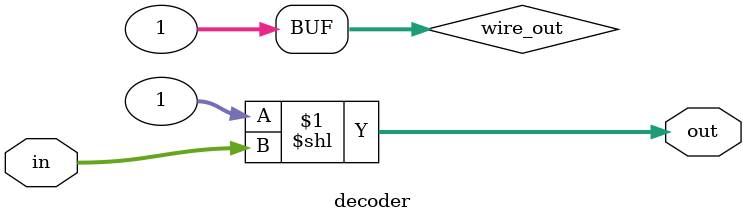
<source format=v>
module decoder(in, out);
    input [4:0] in;
    output [31:0] out;
    
    wire [31:0] wire_out;
    assign wire_out = 32'b1;

    assign out = wire_out << in;
endmodule
</source>
